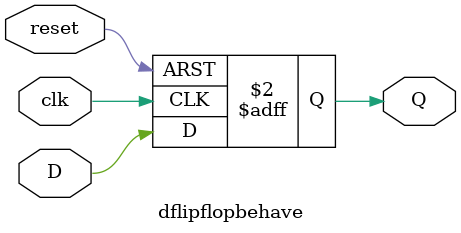
<source format=v>
module dflipflopbehave (
    input wire D,      
    input wire clk,    
    input wire reset, 
    output reg Q      
);

always @(posedge clk or posedge reset) begin
    if (reset) begin
        Q <= 0;      
    end else begin
        Q <= D;      
    end
end

endmodule

</source>
